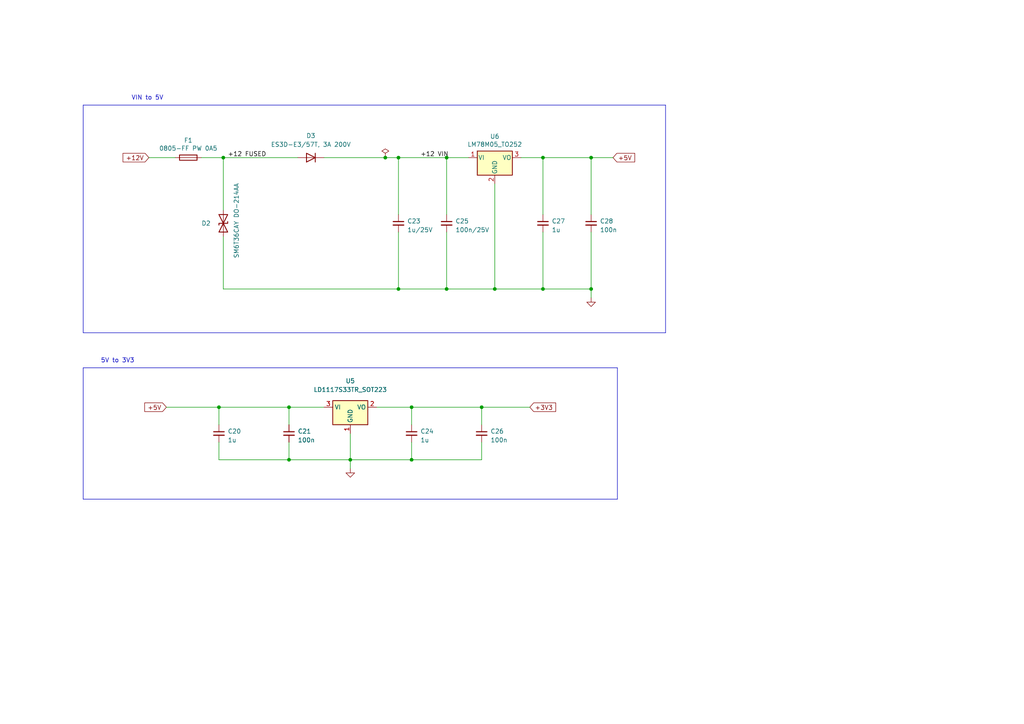
<source format=kicad_sch>
(kicad_sch (version 20230121) (generator eeschema)
  (paper "A4")
  (lib_symbols
    (symbol "Device:C_Small" (pin_numbers hide) (pin_names (offset 0.254) hide)
      (property "Reference" "C" (at 0.254 1.778 0))
      (property "Value" "C_Small" (at 0.254 -2.032 0))
      (symbol "C_Small_0_1"
        (polyline (pts (xy -1.524 -0.508) (xy 1.524 -0.508)) (stroke (width 0.3302)))
        (polyline (pts (xy -1.524 0.508) (xy 1.524 0.508)) (stroke (width 0.3048)))
      )
      (symbol "C_Small_1_1"
        (pin passive line (at 0 2.54 270) (length 2.032) (name "~") (number "1"))
        (pin passive line (at 0 -2.54 90) (length 2.032) (name "~") (number "2"))
      )
    )
    (symbol "Device:D" (pin_numbers hide) (pin_names (offset 1.016) hide)
      (property "Reference" "D" (at 0 2.54 0))
      (property "Value" "D" (at 0 -2.54 0))
      (symbol "D_0_1"
        (polyline (pts (xy -1.27 1.27) (xy -1.27 -1.27)) (stroke (width 0.254)))
        (polyline (pts (xy 1.27 0) (xy -1.27 0)))
        (polyline (pts (xy 1.27 1.27) (xy 1.27 -1.27) (xy -1.27 0) (xy 1.27 1.27)) (stroke (width 0.254)))
      )
      (symbol "D_1_1"
        (pin passive line (at -3.81 0 0) (length 2.54) (name "K") (number "1"))
        (pin passive line (at 3.81 0 180) (length 2.54) (name "A") (number "2"))
      )
    )
    (symbol "Device:D_TVS" (pin_numbers hide) (pin_names (offset 1.016) hide)
      (property "Reference" "D" (at 0 2.54 0))
      (property "Value" "D_TVS" (at 0 -2.54 0))
      (symbol "D_TVS_0_1"
        (polyline (pts (xy 1.27 0) (xy -1.27 0)))
        (polyline (pts (xy 0.508 1.27) (xy 0 1.27) (xy 0 -1.27) (xy -0.508 -1.27)) (stroke (width 0.254)))
        (polyline (pts (xy -2.54 1.27) (xy -2.54 -1.27) (xy 2.54 1.27) (xy 2.54 -1.27) (xy -2.54 1.27)) (stroke (width 0.254)))
      )
      (symbol "D_TVS_1_1"
        (pin passive line (at -3.81 0 0) (length 2.54) (name "A1") (number "1"))
        (pin passive line (at 3.81 0 180) (length 2.54) (name "A2") (number "2"))
      )
    )
    (symbol "Device:Fuse" (pin_numbers hide) (pin_names (offset 0))
      (property "Reference" "F" (at 2.032 0 90))
      (property "Value" "Fuse" (at -1.905 0 90))
      (symbol "Fuse_0_1"
        (rectangle (start -0.762 -2.54) (end 0.762 2.54) (stroke (width 0.254)))
        (polyline (pts (xy 0 2.54) (xy 0 -2.54)))
      )
      (symbol "Fuse_1_1"
        (pin passive line (at 0 3.81 270) (length 1.27) (name "~") (number "1"))
        (pin passive line (at 0 -3.81 90) (length 1.27) (name "~") (number "2"))
      )
    )
    (symbol "GND_1" (power) (pin_names (offset 0))
      (property "Value" "GND_1" (at 0 -3.81 0))
      (symbol "GND_1_0_1"
        (polyline (pts (xy 0 0) (xy 0 -1.27) (xy 1.27 -1.27) (xy 0 -2.54) (xy -1.27 -1.27) (xy 0 -1.27)))
      )
      (symbol "GND_1_1_1"
        (pin power_in line (at 0 0 270) (length 0) hide (name "GND") (number "1"))
      )
    )
    (symbol "PWR_FLAG_1" (power) (pin_numbers hide) (pin_names (offset 0) hide)
      (property "Value" "PWR_FLAG_1" (at 0 3.81 0))
      (symbol "PWR_FLAG_1_0_0"
        (pin power_out line (at 0 0 90) (length 0) (name "pwr") (number "1"))
      )
      (symbol "PWR_FLAG_1_0_1"
        (polyline (pts (xy 0 0) (xy 0 1.27) (xy -1.016 1.905) (xy 0 2.54) (xy 1.016 1.905) (xy 0 1.27)))
      )
    )
    (symbol "Regulator_Linear:LD1117S33TR_SOT223"
      (property "Reference" "U" (at -3.81 3.175 0))
      (property "Value" "LD1117S33TR_SOT223" (at 0 3.175 0))
      (symbol "LD1117S33TR_SOT223_0_1"
        (rectangle (start -5.08 -5.08) (end 5.08 1.905) (stroke (width 0.254)) (fill (type background)))
      )
      (symbol "LD1117S33TR_SOT223_1_1"
        (pin power_in line (at 0 -7.62 90) (length 2.54) (name "GND") (number "1"))
        (pin power_out line (at 7.62 0 180) (length 2.54) (name "VO") (number "2"))
        (pin power_in line (at -7.62 0 0) (length 2.54) (name "VI") (number "3"))
      )
    )
    (symbol "Regulator_Linear:LM78M05_TO252" (pin_names (offset 0.254))
      (property "Reference" "U" (at -3.81 3.175 0))
      (property "Value" "LM78M05_TO252" (at 0 3.175 0))
      (symbol "LM78M05_TO252_0_1"
        (rectangle (start -5.08 1.905) (end 5.08 -5.08) (stroke (width 0.254)) (fill (type background)))
      )
      (symbol "LM78M05_TO252_1_1"
        (pin power_in line (at -7.62 0 0) (length 2.54) (name "VI") (number "1"))
        (pin power_in line (at 0 -7.62 90) (length 2.54) (name "GND") (number "2"))
        (pin power_out line (at 7.62 0 180) (length 2.54) (name "VO") (number "3"))
      )
    )
    (symbol "power:GND" (power) (pin_names (offset 0))
      (property "Value" "GND" (at 0 -3.81 0))
      (symbol "GND_0_1"
        (polyline (pts (xy 0 0) (xy 0 -1.27) (xy 1.27 -1.27) (xy 0 -2.54) (xy -1.27 -1.27) (xy 0 -1.27)))
      )
      (symbol "GND_1_1"
        (pin power_in line (at 0 0 270) (length 0) hide (name "GND") (number "1"))
      )
    )
  )
  (junction (at 129.54 83.82))
  (junction (at 115.57 83.82))
  (junction (at 83.82 133.35))
  (junction (at 119.38 133.35))
  (junction (at 63.5 118.11))
  (junction (at 129.54 45.72))
  (junction (at 171.45 83.82))
  (junction (at 157.48 45.72))
  (junction (at 171.45 45.72))
  (junction (at 115.57 45.72))
  (junction (at 83.82 118.11))
  (junction (at 139.7 118.11))
  (junction (at 157.48 83.82))
  (junction (at 119.38 118.11))
  (junction (at 101.6 133.35))
  (junction (at 64.77 45.72))
  (junction (at 111.76 45.72))
  (junction (at 143.51 83.82))
  (wire (pts (xy 48.26 118.11) (xy 63.5 118.11)))
  (wire (pts (xy 143.51 53.34) (xy 143.51 83.82)))
  (wire (pts (xy 171.45 83.82) (xy 171.45 86.36)))
  (wire (pts (xy 43.18 45.72) (xy 50.8 45.72)))
  (polyline (pts (xy 24.13 96.52) (xy 24.13 30.48)))
  (wire (pts (xy 64.77 68.58) (xy 64.77 83.82)))
  (wire (pts (xy 63.5 118.11) (xy 63.5 123.19)))
  (wire (pts (xy 83.82 118.11) (xy 93.98 118.11)))
  (wire (pts (xy 157.48 67.31) (xy 157.48 83.82)))
  (wire (pts (xy 129.54 83.82) (xy 143.51 83.82)))
  (polyline (pts (xy 179.07 144.78) (xy 179.07 106.68)))
  (wire (pts (xy 171.45 45.72) (xy 171.45 62.23)))
  (wire (pts (xy 129.54 45.72) (xy 135.89 45.72)))
  (wire (pts (xy 83.82 133.35) (xy 101.6 133.35)))
  (wire (pts (xy 101.6 133.35) (xy 119.38 133.35)))
  (polyline (pts (xy 24.13 144.78) (xy 179.07 144.78)))
  (wire (pts (xy 119.38 133.35) (xy 139.7 133.35)))
  (wire (pts (xy 83.82 128.27) (xy 83.82 133.35)))
  (wire (pts (xy 101.6 125.73) (xy 101.6 133.35)))
  (wire (pts (xy 119.38 118.11) (xy 119.38 123.19)))
  (polyline (pts (xy 193.04 30.48) (xy 193.04 96.52)))
  (wire (pts (xy 115.57 45.72) (xy 129.54 45.72)))
  (polyline (pts (xy 24.13 106.68) (xy 179.07 106.68)))
  (wire (pts (xy 157.48 83.82) (xy 171.45 83.82)))
  (wire (pts (xy 83.82 118.11) (xy 83.82 123.19)))
  (wire (pts (xy 93.98 45.72) (xy 111.76 45.72)))
  (wire (pts (xy 58.42 45.72) (xy 64.77 45.72)))
  (wire (pts (xy 139.7 118.11) (xy 139.7 123.19)))
  (wire (pts (xy 129.54 45.72) (xy 129.54 62.23)))
  (wire (pts (xy 64.77 45.72) (xy 86.36 45.72)))
  (wire (pts (xy 63.5 133.35) (xy 83.82 133.35)))
  (wire (pts (xy 115.57 67.31) (xy 115.57 83.82)))
  (wire (pts (xy 115.57 83.82) (xy 129.54 83.82)))
  (wire (pts (xy 139.7 128.27) (xy 139.7 133.35)))
  (wire (pts (xy 143.51 83.82) (xy 157.48 83.82)))
  (wire (pts (xy 63.5 128.27) (xy 63.5 133.35)))
  (polyline (pts (xy 24.13 106.68) (xy 24.13 144.78)))
  (polyline (pts (xy 24.13 30.48) (xy 193.04 30.48)))
  (wire (pts (xy 111.76 45.72) (xy 115.57 45.72)))
  (wire (pts (xy 115.57 45.72) (xy 115.57 62.23)))
  (wire (pts (xy 63.5 118.11) (xy 83.82 118.11)))
  (wire (pts (xy 151.13 45.72) (xy 157.48 45.72)))
  (wire (pts (xy 171.45 45.72) (xy 177.8 45.72)))
  (wire (pts (xy 157.48 45.72) (xy 171.45 45.72)))
  (wire (pts (xy 157.48 45.72) (xy 157.48 62.23)))
  (wire (pts (xy 64.77 83.82) (xy 115.57 83.82)))
  (polyline (pts (xy 24.13 96.52) (xy 193.04 96.52)))
  (wire (pts (xy 109.22 118.11) (xy 119.38 118.11)))
  (wire (pts (xy 119.38 118.11) (xy 139.7 118.11)))
  (wire (pts (xy 129.54 67.31) (xy 129.54 83.82)))
  (wire (pts (xy 171.45 67.31) (xy 171.45 83.82)))
  (wire (pts (xy 119.38 128.27) (xy 119.38 133.35)))
  (wire (pts (xy 139.7 118.11) (xy 153.67 118.11)))
  (wire (pts (xy 101.6 135.89) (xy 101.6 133.35)))
  (wire (pts (xy 64.77 45.72) (xy 64.77 60.96)))
  (text "5V to 3V3" (at 29.21 105.41 0) (effects (font (size 1.27 1.27)) (justify left bottom)))
  (text "VIN to 5V" (at 38.1 29.21 0) (effects (font (size 1.27 1.27)) (justify left bottom)))
  (label "+12 FUSED" (at 66.04 45.72 0))
  (label "+12 VIN" (at 121.92 45.72 0))
  (global_label "+5V" (shape input) (at 48.26 118.11 180) (property "Intersheetrefs" "${INTERSHEET_REFS}" (effects hide)))
  (global_label "+12V" (shape input) (at 43.18 45.72 180) (property "Intersheetrefs" "${INTERSHEET_REFS}" (effects hide)))
  (global_label "+3V3" (shape input) (at 153.67 118.11 0) (property "Intersheetrefs" "${INTERSHEET_REFS}" (effects hide)))
  (global_label "+5V" (shape input) (at 177.8 45.72 0) (property "Intersheetrefs" "${INTERSHEET_REFS}" (effects hide)))
  (symbol (lib_id "Regulator_Linear:LM78M05_TO252") (at 143.51 45.72 0) (unit 1)
    (property "Reference" "U6" (at 143.51 39.5732 0))
    (property "Value" "LM78M05_TO252" (at 143.51 41.8846 0))
    (property "Footprint" "Package_TO_SOT_SMD:TO-252-2" (effects hide))
    (property "Datasheet" "http://www.fairchildsemi.com/ds/LM/LM78M05.pdf" (effects hide))
    (property "LCSC" "C58069" (effects hide))
    (instances (project "cansult" (path "" (reference "U6") (unit 1))) (project "lambda-x2" (path "" (reference "U?") (unit 1))))
  )
  (symbol (lib_id "Device:C_Small") (at 129.54 64.77 0) (unit 1)
    (property "Reference" "C25" (at 132.08 64.1413 0) (effects (justify left)))
    (property "Value" "100n/25V" (at 132.08 66.6813 0) (effects (justify left)))
    (property "Footprint" "Capacitor_SMD:C_0603_1608Metric" (effects hide))
  )
  (symbol (lib_id "Device:Fuse") (at 54.61 45.72 270) (unit 1)
    (property "Reference" "F1" (at 54.61 40.7162 90))
    (property "Value" "0805-FF PW 0A5" (at 54.61 43.0276 90))
    (property "Footprint" "Fuse:Fuse_0805_2012Metric" (effects hide))
    (property "LCSC" "C2977524" (effects hide))
    (instances (project "cansult" (path "" (reference "F1") (unit 1))) (project "lambda-x2" (path "" (reference "F?") (unit 1))))
  )
  (symbol (lib_name "GND_1") (lib_id "power:GND") (at 171.45 86.36 0) (unit 1)
    (property "Reference" "#PWR027" (effects hide))
    (property "Value" "GND" (effects hide))
    (instances (project "cansult" (path "" (reference "#PWR027") (unit 1))) (project "can-relay" (path "" (reference "#PWR?") (unit 1))))
  )
  (symbol (lib_id "Device:C_Small") (at 63.5 125.73 0) (unit 1)
    (property "Reference" "C20" (at 66.04 125.1013 0) (effects (justify left)))
    (property "Value" "1u" (at 66.04 127.6413 0) (effects (justify left)))
    (property "Footprint" "Capacitor_SMD:C_0603_1608Metric" (effects hide))
    (instances (project "cansult" (path "" (reference "C20") (unit 1))) (project "can-relay" (path "" (reference "C?") (unit 1))))
  )
  (symbol (lib_id "Device:C_Small") (at 139.7 125.73 0) (unit 1)
    (property "Reference" "C26" (at 142.24 125.1013 0) (effects (justify left)))
    (property "Value" "100n" (at 142.24 127.6413 0) (effects (justify left)))
    (property "Footprint" "Capacitor_SMD:C_0603_1608Metric" (effects hide))
    (instances (project "cansult" (path "" (reference "C26") (unit 1))) (project "can-relay" (path "" (reference "C?") (unit 1))))
  )
  (symbol (lib_id "Regulator_Linear:LD1117S33TR_SOT223") (at 101.6 118.11 0) (unit 1)
    (property "Reference" "U5" (at 101.6 110.49 0))
    (property "Value" "LD1117S33TR_SOT223" (at 101.6 113.03 0))
    (property "Footprint" "Package_TO_SOT_SMD:SOT-223-3_TabPin2" (effects hide))
    (property "Datasheet" "http://www.st.com/st-web-ui/static/active/en/resource/technical/document/datasheet/CD00000544.pdf" (effects hide))
    (instances (project "cansult" (path "" (reference "U5") (unit 1))) (project "can-relay" (path "" (reference "U?") (unit 1))))
  )
  (symbol (lib_id "Device:C_Small") (at 157.48 64.77 0) (unit 1)
    (property "Reference" "C27" (at 160.02 64.1413 0) (effects (justify left)))
    (property "Value" "1u" (at 160.02 66.6813 0) (effects (justify left)))
    (property "Footprint" "Capacitor_SMD:C_0603_1608Metric" (effects hide))
  )
  (symbol (lib_id "power:GND") (at 101.6 135.89 0) (unit 1)
    (property "Reference" "#PWR026" (effects hide))
    (property "Value" "GND" (effects hide))
    (instances (project "cansult" (path "" (reference "#PWR026") (unit 1))) (project "can-relay" (path "" (reference "#PWR?") (unit 1))))
  )
  (symbol (lib_id "Device:D") (at 90.17 45.72 180) (unit 1)
    (property "Reference" "D3" (at 90.17 39.37 0))
    (property "Value" "ES3D-E3/57T, 3A 200V" (at 90.17 41.91 0))
    (property "Footprint" "Diode_SMD:D_SMC" (effects hide))
    (property "Sim.Device" "D" (effects hide))
    (property "Sim.Pins" "1=K 2=A" (effects hide))
    (instances (project "cansult" (path "" (reference "D3") (unit 1))) (project "can-relay" (path "" (reference "D?") (unit 1))))
  )
  (symbol (lib_name "PWR_FLAG_1") (lib_id "power:PWR_FLAG") (at 111.76 45.72 0) (unit 1)
    (property "Reference" "#FLG05" (effects hide))
    (property "Value" "PWR_FLAG" (effects hide))
  )
  (symbol (lib_id "Device:C_Small") (at 115.57 64.77 0) (unit 1)
    (property "Reference" "C23" (at 118.11 64.1413 0) (effects (justify left)))
    (property "Value" "1u/25V" (at 118.11 66.6813 0) (effects (justify left)))
    (property "Footprint" "Capacitor_SMD:C_0603_1608Metric" (effects hide))
  )
  (symbol (lib_id "Device:D_TVS") (at 64.77 64.77 90) (mirror x) (unit 1)
    (property "Reference" "D2" (at 58.42 64.77 90) (effects (justify right)))
    (property "Value" "SM6T36CAY DO-214AA" (at 68.58 74.93 0) (effects (justify right)))
    (property "Footprint" "Diode_SMD:D_SMB" (effects hide))
    (instances (project "cansult" (path "" (reference "D2") (unit 1))) (project "can-relay" (path "" (reference "D?") (unit 1))))
  )
  (symbol (lib_id "Device:C_Small") (at 83.82 125.73 0) (unit 1)
    (property "Reference" "C21" (at 86.36 125.1013 0) (effects (justify left)))
    (property "Value" "100n" (at 86.36 127.6413 0) (effects (justify left)))
    (property "Footprint" "Capacitor_SMD:C_0603_1608Metric" (effects hide))
    (instances (project "cansult" (path "" (reference "C21") (unit 1))) (project "can-relay" (path "" (reference "C?") (unit 1))))
  )
  (symbol (lib_id "Device:C_Small") (at 171.45 64.77 0) (unit 1)
    (property "Reference" "C28" (at 173.99 64.1413 0) (effects (justify left)))
    (property "Value" "100n" (at 173.99 66.6813 0) (effects (justify left)))
    (property "Footprint" "Capacitor_SMD:C_0603_1608Metric" (effects hide))
  )
  (symbol (lib_id "Device:C_Small") (at 119.38 125.73 0) (unit 1)
    (property "Reference" "C24" (at 121.92 125.1013 0) (effects (justify left)))
    (property "Value" "1u" (at 121.92 127.6413 0) (effects (justify left)))
    (property "Footprint" "Capacitor_SMD:C_0603_1608Metric" (effects hide))
    (instances (project "cansult" (path "" (reference "C24") (unit 1))) (project "can-relay" (path "" (reference "C?") (unit 1))))
  )
)
</source>
